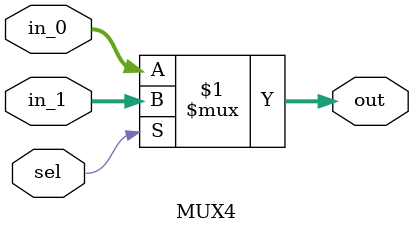
<source format=v>
`timescale 1ns / 1ps



module MUX4(
    input [3:0] in_0, in_1,
    input sel,
    output [3:0] out
    );
    assign out = sel ? in_1 : in_0;
endmodule

</source>
